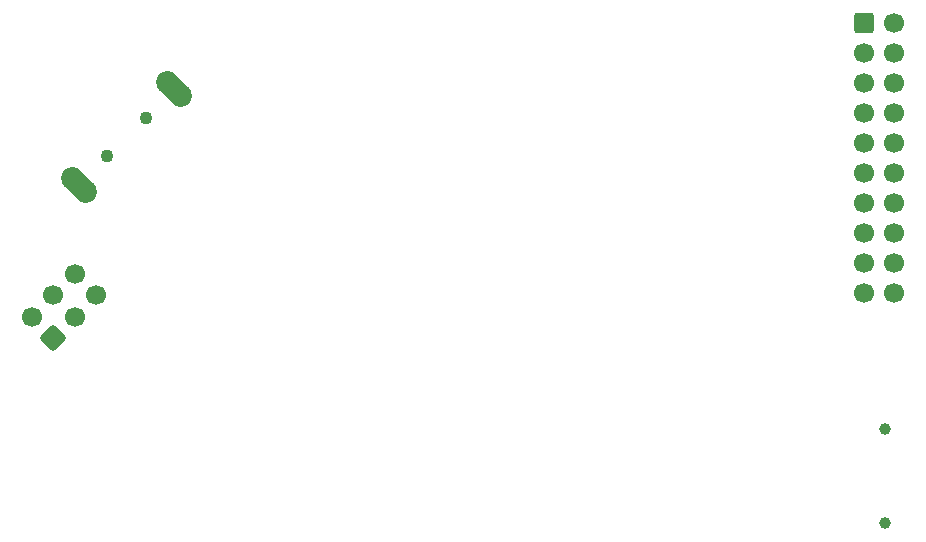
<source format=gbs>
%TF.GenerationSoftware,KiCad,Pcbnew,7.0.0*%
%TF.CreationDate,2023-03-04T18:46:55+01:00*%
%TF.ProjectId,Z80Card,5a383043-6172-4642-9e6b-696361645f70,1.1*%
%TF.SameCoordinates,Original*%
%TF.FileFunction,Soldermask,Bot*%
%TF.FilePolarity,Negative*%
%FSLAX46Y46*%
G04 Gerber Fmt 4.6, Leading zero omitted, Abs format (unit mm)*
G04 Created by KiCad (PCBNEW 7.0.0) date 2023-03-04 18:46:55*
%MOMM*%
%LPD*%
G01*
G04 APERTURE LIST*
G04 Aperture macros list*
%AMRoundRect*
0 Rectangle with rounded corners*
0 $1 Rounding radius*
0 $2 $3 $4 $5 $6 $7 $8 $9 X,Y pos of 4 corners*
0 Add a 4 corners polygon primitive as box body*
4,1,4,$2,$3,$4,$5,$6,$7,$8,$9,$2,$3,0*
0 Add four circle primitives for the rounded corners*
1,1,$1+$1,$2,$3*
1,1,$1+$1,$4,$5*
1,1,$1+$1,$6,$7*
1,1,$1+$1,$8,$9*
0 Add four rect primitives between the rounded corners*
20,1,$1+$1,$2,$3,$4,$5,0*
20,1,$1+$1,$4,$5,$6,$7,0*
20,1,$1+$1,$6,$7,$8,$9,0*
20,1,$1+$1,$8,$9,$2,$3,0*%
%AMHorizOval*
0 Thick line with rounded ends*
0 $1 width*
0 $2 $3 position (X,Y) of the first rounded end (center of the circle)*
0 $4 $5 position (X,Y) of the second rounded end (center of the circle)*
0 Add line between two ends*
20,1,$1,$2,$3,$4,$5,0*
0 Add two circle primitives to create the rounded ends*
1,1,$1,$2,$3*
1,1,$1,$4,$5*%
G04 Aperture macros list end*
%ADD10RoundRect,0.250000X0.848528X0.000000X0.000000X0.848528X-0.848528X0.000000X0.000000X-0.848528X0*%
%ADD11C,1.700000*%
%ADD12RoundRect,0.250000X-0.600000X-0.600000X0.600000X-0.600000X0.600000X0.600000X-0.600000X0.600000X0*%
%ADD13C,1.100000*%
%ADD14HorizOval,1.900000X-0.565685X0.565685X0.565685X-0.565685X0*%
%ADD15C,1.000000*%
G04 APERTURE END LIST*
D10*
%TO.C,J3*%
X112500000Y-102500000D03*
D11*
X110703949Y-100703949D03*
X114296051Y-100703949D03*
X112500000Y-98907898D03*
X116092102Y-98907898D03*
X114296051Y-97111846D03*
%TD*%
D12*
%TO.C,J2*%
X181160000Y-75840000D03*
D11*
X183700000Y-75840000D03*
X181160000Y-78380000D03*
X183700000Y-78380000D03*
X181160000Y-80920000D03*
X183700000Y-80920000D03*
X181160000Y-83460000D03*
X183700000Y-83460000D03*
X181160000Y-86000000D03*
X183700000Y-86000000D03*
X181160000Y-88540000D03*
X183700000Y-88540000D03*
X181160000Y-91080000D03*
X183700000Y-91080000D03*
X181160000Y-93620000D03*
X183700000Y-93620000D03*
X181160000Y-96160000D03*
X183700000Y-96160000D03*
X181160000Y-98700000D03*
X183700000Y-98700000D03*
%TD*%
D13*
%TO.C,J1*%
X117072691Y-87125382D03*
X120325382Y-83872691D03*
D14*
X114668527Y-89529544D03*
X122729544Y-81468527D03*
%TD*%
D15*
%TO.C,J4*%
X182917500Y-118200000D03*
X182917500Y-110200000D03*
%TD*%
M02*

</source>
